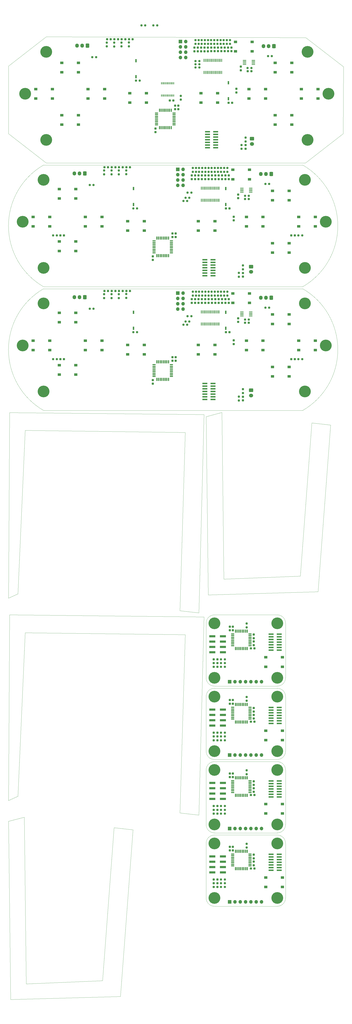
<source format=gbr>
%TF.GenerationSoftware,KiCad,Pcbnew,7.0.6-7.0.6~ubuntu20.04.1*%
%TF.CreationDate,2023-07-11T09:29:22+02:00*%
%TF.ProjectId,output_panel2023-07-11_072908.4244690000,6f757470-7574-45f7-9061-6e656c323032,rev?*%
%TF.SameCoordinates,Original*%
%TF.FileFunction,Soldermask,Top*%
%TF.FilePolarity,Negative*%
%FSLAX45Y45*%
G04 Gerber Fmt 4.5, Leading zero omitted, Abs format (unit mm)*
G04 Created by KiCad (PCBNEW 7.0.6-7.0.6~ubuntu20.04.1) date 2023-07-11 09:29:22*
%MOMM*%
%LPD*%
G01*
G04 APERTURE LIST*
G04 Aperture macros list*
%AMRoundRect*
0 Rectangle with rounded corners*
0 $1 Rounding radius*
0 $2 $3 $4 $5 $6 $7 $8 $9 X,Y pos of 4 corners*
0 Add a 4 corners polygon primitive as box body*
4,1,4,$2,$3,$4,$5,$6,$7,$8,$9,$2,$3,0*
0 Add four circle primitives for the rounded corners*
1,1,$1+$1,$2,$3*
1,1,$1+$1,$4,$5*
1,1,$1+$1,$6,$7*
1,1,$1+$1,$8,$9*
0 Add four rect primitives between the rounded corners*
20,1,$1+$1,$2,$3,$4,$5,0*
20,1,$1+$1,$4,$5,$6,$7,0*
20,1,$1+$1,$6,$7,$8,$9,0*
20,1,$1+$1,$8,$9,$2,$3,0*%
G04 Aperture macros list end*
%TA.AperFunction,Profile*%
%ADD10C,0.100000*%
%TD*%
%TA.AperFunction,Profile*%
%ADD11C,0.050000*%
%TD*%
%ADD12RoundRect,0.237500X-0.237500X0.250000X-0.237500X-0.250000X0.237500X-0.250000X0.237500X0.250000X0*%
%ADD13RoundRect,0.237500X-0.250000X-0.237500X0.250000X-0.237500X0.250000X0.237500X-0.250000X0.237500X0*%
%ADD14RoundRect,0.237500X-0.300000X-0.237500X0.300000X-0.237500X0.300000X0.237500X-0.300000X0.237500X0*%
%ADD15RoundRect,0.237500X-0.287500X-0.237500X0.287500X-0.237500X0.287500X0.237500X-0.287500X0.237500X0*%
%ADD16R,1.550000X1.300000*%
%ADD17C,5.600000*%
%ADD18RoundRect,0.237500X-0.237500X0.300000X-0.237500X-0.300000X0.237500X-0.300000X0.237500X0.300000X0*%
%ADD19RoundRect,0.100000X0.100000X-0.637500X0.100000X0.637500X-0.100000X0.637500X-0.100000X-0.637500X0*%
%ADD20RoundRect,0.237500X-0.237500X0.287500X-0.237500X-0.287500X0.237500X-0.287500X0.237500X0.287500X0*%
%ADD21R,0.760000X1.600000*%
%ADD22RoundRect,0.237500X0.237500X-0.250000X0.237500X0.250000X-0.237500X0.250000X-0.237500X-0.250000X0*%
%ADD23RoundRect,0.237500X0.250000X0.237500X-0.250000X0.237500X-0.250000X-0.237500X0.250000X-0.237500X0*%
%ADD24RoundRect,0.237500X0.237500X-0.300000X0.237500X0.300000X-0.237500X0.300000X-0.237500X-0.300000X0*%
%ADD25R,2.400000X0.740000*%
%ADD26RoundRect,0.237500X0.287500X0.237500X-0.287500X0.237500X-0.287500X-0.237500X0.287500X-0.237500X0*%
%ADD27RoundRect,0.250000X0.600000X0.725000X-0.600000X0.725000X-0.600000X-0.725000X0.600000X-0.725000X0*%
%ADD28O,1.700000X1.950000*%
%ADD29R,1.700000X1.700000*%
%ADD30O,1.700000X1.700000*%
%ADD31R,3.000000X1.000000*%
%ADD32RoundRect,0.100000X-0.712500X-0.100000X0.712500X-0.100000X0.712500X0.100000X-0.712500X0.100000X0*%
%ADD33RoundRect,0.237500X0.300000X0.237500X-0.300000X0.237500X-0.300000X-0.237500X0.300000X-0.237500X0*%
%ADD34RoundRect,0.125000X0.625000X0.125000X-0.625000X0.125000X-0.625000X-0.125000X0.625000X-0.125000X0*%
%ADD35RoundRect,0.125000X0.125000X0.625000X-0.125000X0.625000X-0.125000X-0.625000X0.125000X-0.625000X0*%
%ADD36RoundRect,0.125000X0.125000X-0.625000X0.125000X0.625000X-0.125000X0.625000X-0.125000X-0.625000X0*%
%ADD37RoundRect,0.125000X0.625000X-0.125000X0.625000X0.125000X-0.625000X0.125000X-0.625000X-0.125000X0*%
%ADD38R,0.400000X1.000000*%
%ADD39RoundRect,0.250000X-0.750000X0.600000X-0.750000X-0.600000X0.750000X-0.600000X0.750000X0.600000X0*%
%ADD40O,2.000000X1.700000*%
G04 APERTURE END LIST*
D10*
X13299982Y-35019691D02*
X13299982Y-37619691D01*
D11*
X4549997Y-45067694D02*
X899996Y-45217694D01*
X99999Y-17969997D02*
X9399999Y-18069997D01*
D10*
X13299982Y-28019691D02*
X13299982Y-30619691D01*
D11*
X9149999Y-37169688D02*
X8249999Y-37069688D01*
D10*
X13299982Y-38519691D02*
X13299982Y-41119691D01*
X9899982Y-27619691D02*
X12899982Y-27619691D01*
D11*
X14123822Y-17870000D02*
G75*
G03*
X14123822Y-12070000I-1674316J2900000D01*
G01*
D10*
X12899982Y-34519692D02*
G75*
G03*
X13299982Y-34119691I-2J400002D01*
G01*
D11*
X49999Y-26819997D02*
X99999Y-17969997D01*
D10*
X16070000Y-1480000D02*
X16050000Y-4670000D01*
D11*
X1723822Y-12070000D02*
G75*
G03*
X1723822Y-17870000I1674316J-2900000D01*
G01*
D10*
X9499979Y-37619691D02*
G75*
G03*
X9899982Y-38019691I400001J1D01*
G01*
X1723822Y-6170000D02*
X14123822Y-6170000D01*
X1850000Y-50000D02*
X14270000Y-90000D01*
D11*
X49996Y-37467694D02*
X149997Y-45967694D01*
D10*
X9899982Y-34619691D02*
X12899982Y-34619691D01*
D11*
X899996Y-45217694D02*
X799996Y-37267694D01*
D10*
X9899982Y-38119692D02*
G75*
G03*
X9499982Y-38519691I-2J-399998D01*
G01*
D11*
X9399999Y-27719688D02*
X9149999Y-37169688D01*
D10*
X1850000Y-6070000D02*
X50000Y-4670000D01*
X13299979Y-38519691D02*
G75*
G03*
X12899982Y-38119691I-399999J1D01*
G01*
D11*
X499999Y-26619997D02*
X49999Y-26819997D01*
D10*
X14270000Y-90000D02*
X16070000Y-1480000D01*
X1723822Y-17870000D02*
X14123822Y-17870000D01*
X13299979Y-28019691D02*
G75*
G03*
X12899982Y-27619691I-399999J1D01*
G01*
X1723822Y-11970000D02*
X14123822Y-11970000D01*
X9899982Y-31119691D02*
X12899982Y-31119691D01*
D11*
X8499999Y-28569688D02*
X849999Y-28469688D01*
X849999Y-18819997D02*
X499999Y-26619997D01*
D10*
X14250000Y-6070000D02*
X1850000Y-6070000D01*
X1723822Y-12070000D02*
X14123822Y-12070000D01*
D11*
X14123822Y-11970000D02*
G75*
G03*
X14123822Y-6170000I-1674316J2900000D01*
G01*
D10*
X9899982Y-38119691D02*
X12899982Y-38119691D01*
X13299979Y-31519691D02*
G75*
G03*
X12899982Y-31119691I-399999J1D01*
G01*
D11*
X8249999Y-27419997D02*
X8499999Y-18919997D01*
D10*
X16050000Y-4670000D02*
X14250000Y-6070000D01*
X50000Y-1450000D02*
X1850000Y-50000D01*
X13299982Y-31519691D02*
X13299982Y-34119691D01*
X9499979Y-41119691D02*
G75*
G03*
X9899982Y-41519691I400001J1D01*
G01*
D11*
X10349978Y-25918311D02*
X10249978Y-17968311D01*
X9499978Y-18168311D02*
X9599978Y-26668311D01*
D10*
X13299979Y-35019691D02*
G75*
G03*
X12899982Y-34619691I-399999J1D01*
G01*
X9499979Y-30619691D02*
G75*
G03*
X9899982Y-31019691I400001J1D01*
G01*
X12899982Y-38019691D02*
X9899982Y-38019691D01*
D11*
X8249999Y-37069688D02*
X8499999Y-28569688D01*
X499999Y-36269688D02*
X49999Y-36469688D01*
D10*
X12899982Y-41519692D02*
G75*
G03*
X13299982Y-41119691I-2J400002D01*
G01*
D11*
X14549978Y-18468311D02*
X13999978Y-25768311D01*
X5399997Y-45817694D02*
X5999996Y-37867694D01*
X14849978Y-26518311D02*
X15449978Y-18568311D01*
X15449978Y-18568311D02*
X14549978Y-18468311D01*
D10*
X9499982Y-30619691D02*
X9499982Y-28019691D01*
D11*
X9149999Y-27519997D02*
X8249999Y-27419997D01*
D10*
X9499979Y-34119691D02*
G75*
G03*
X9899982Y-34519691I400001J1D01*
G01*
D11*
X13999978Y-25768311D02*
X10349978Y-25918311D01*
D10*
X9499982Y-37619691D02*
X9499982Y-35019691D01*
X9899982Y-34619692D02*
G75*
G03*
X9499982Y-35019691I-2J-399998D01*
G01*
X9899982Y-27619692D02*
G75*
G03*
X9499982Y-28019691I-2J-399998D01*
G01*
X9499982Y-34119691D02*
X9499982Y-31519691D01*
D11*
X49999Y-36469688D02*
X99999Y-27619688D01*
X99999Y-27619688D02*
X9399999Y-27719688D01*
X149997Y-45967694D02*
X5399997Y-45817694D01*
D10*
X12899982Y-34519691D02*
X9899982Y-34519691D01*
D11*
X1723822Y-6170000D02*
G75*
G03*
X1723822Y-11970000I1674316J-2900000D01*
G01*
X849999Y-28469688D02*
X499999Y-36269688D01*
D10*
X9899982Y-31119692D02*
G75*
G03*
X9499982Y-31519691I-2J-399998D01*
G01*
X12899982Y-31019692D02*
G75*
G03*
X13299982Y-30619691I-2J400002D01*
G01*
D11*
X8499999Y-18919997D02*
X849999Y-18819997D01*
D10*
X12899982Y-41519691D02*
X9899982Y-41519691D01*
D11*
X9399999Y-18069997D02*
X9149999Y-27519997D01*
D10*
X50000Y-4670000D02*
X50000Y-1450000D01*
X12899982Y-31019691D02*
X9899982Y-31019691D01*
D11*
X5099997Y-37767694D02*
X4549997Y-45067694D01*
X799996Y-37267694D02*
X49996Y-37467694D01*
D10*
X12899982Y-38019692D02*
G75*
G03*
X13299982Y-37619691I-2J400002D01*
G01*
D11*
X5999996Y-37867694D02*
X5099997Y-37767694D01*
X9599978Y-26668311D02*
X14849978Y-26518311D01*
D10*
X9499982Y-41119691D02*
X9499982Y-38519691D01*
D11*
X10249978Y-17968311D02*
X9499978Y-18168311D01*
D12*
X11063822Y-17212500D03*
X11063822Y-17395000D03*
D13*
X10210607Y-40239691D03*
X10393107Y-40239691D03*
D14*
X10447072Y-8240000D03*
X10619572Y-8240000D03*
D15*
X5686322Y-12170000D03*
X5861322Y-12170000D03*
D16*
X2476322Y-13215000D03*
X3271322Y-13215000D03*
X2476322Y-13665000D03*
X3271322Y-13665000D03*
D13*
X10210607Y-29739691D03*
X10393107Y-29739691D03*
D12*
X11063822Y-11312500D03*
X11063822Y-11495000D03*
D13*
X3932572Y-13020000D03*
X4115072Y-13020000D03*
D17*
X1850000Y-4970000D03*
D12*
X5328822Y-6426250D03*
X5328822Y-6608750D03*
D17*
X9899982Y-41119691D03*
X14350000Y-4970000D03*
D18*
X8046222Y-15330950D03*
X8046222Y-15503450D03*
D19*
X9274722Y-7847650D03*
X9339722Y-7847650D03*
X9404722Y-7847650D03*
X9469722Y-7847650D03*
X9534722Y-7847650D03*
X9599722Y-7847650D03*
X9664722Y-7847650D03*
X9729722Y-7847650D03*
X9794722Y-7847650D03*
X9859722Y-7847650D03*
X9924722Y-7847650D03*
X9989722Y-7847650D03*
X10054722Y-7847650D03*
X10119722Y-7847650D03*
X10119722Y-7275150D03*
X10054722Y-7275150D03*
X9989722Y-7275150D03*
X9924722Y-7275150D03*
X9859722Y-7275150D03*
X9794722Y-7275150D03*
X9729722Y-7275150D03*
X9664722Y-7275150D03*
X9599722Y-7275150D03*
X9534722Y-7275150D03*
X9469722Y-7275150D03*
X9404722Y-7275150D03*
X9339722Y-7275150D03*
X9274722Y-7275150D03*
D12*
X5328822Y-12326250D03*
X5328822Y-12508750D03*
D15*
X4762500Y-170000D03*
X4937500Y-170000D03*
D13*
X6978750Y490000D03*
X7161250Y490000D03*
D16*
X5852500Y-2745000D03*
X6647500Y-2745000D03*
X5852500Y-3195000D03*
X6647500Y-3195000D03*
D17*
X12899982Y-38519691D03*
X9899982Y-28019691D03*
D16*
X14052500Y-2545000D03*
X14847500Y-2545000D03*
X14052500Y-2995000D03*
X14847500Y-2995000D03*
D18*
X10823322Y-14532000D03*
X10823322Y-14704500D03*
D20*
X9781322Y-6662500D03*
X9781322Y-6837500D03*
D21*
X6023822Y-13951000D03*
X6023822Y-13189000D03*
D22*
X10340000Y-392500D03*
X10340000Y-210000D03*
D13*
X10210607Y-33419691D03*
X10393107Y-33419691D03*
D15*
X11362322Y-7790000D03*
X11537322Y-7790000D03*
D17*
X15350000Y-2770000D03*
D16*
X5747322Y-14745000D03*
X6542322Y-14745000D03*
X5747322Y-15195000D03*
X6542322Y-15195000D03*
D17*
X12899982Y-34119691D03*
D20*
X10067500Y-562500D03*
X10067500Y-737500D03*
D15*
X4986322Y-12170000D03*
X5161322Y-12170000D03*
D16*
X11552500Y-2545000D03*
X12347500Y-2545000D03*
X11552500Y-2995000D03*
X12347500Y-2995000D03*
D23*
X9178050Y-1359800D03*
X8995550Y-1359800D03*
D24*
X11775982Y-35730941D03*
X11775982Y-35558441D03*
D17*
X723822Y-8870000D03*
D16*
X12676322Y-7395000D03*
X13471322Y-7395000D03*
X12676322Y-7845000D03*
X13471322Y-7845000D03*
D23*
X8696072Y-7730000D03*
X8513572Y-7730000D03*
D25*
X12994982Y-39800691D03*
X12604982Y-39800691D03*
X12994982Y-39673691D03*
X12604982Y-39673691D03*
X12994982Y-39546691D03*
X12604982Y-39546691D03*
X12994982Y-39419691D03*
X12604982Y-39419691D03*
X12994982Y-39292691D03*
X12604982Y-39292691D03*
X12994982Y-39165691D03*
X12604982Y-39165691D03*
X12994982Y-39038691D03*
X12604982Y-39038691D03*
D16*
X2476322Y-15715000D03*
X3271322Y-15715000D03*
X2476322Y-16165000D03*
X3271322Y-16165000D03*
X12676322Y-15795000D03*
X13471322Y-15795000D03*
X12676322Y-16245000D03*
X13471322Y-16245000D03*
D18*
X10823322Y-8632000D03*
X10823322Y-8804500D03*
D20*
X10101322Y-12562500D03*
X10101322Y-12737500D03*
D13*
X6017572Y-8240000D03*
X6200072Y-8240000D03*
D26*
X10039357Y-37099691D03*
X9864357Y-37099691D03*
D22*
X9140000Y-392500D03*
X9140000Y-210000D03*
D17*
X1723822Y-11070000D03*
D22*
X9313822Y-6492500D03*
X9313822Y-6310000D03*
D20*
X10261322Y-12562500D03*
X10261322Y-12737500D03*
D27*
X12614222Y-12496200D03*
D28*
X12364222Y-12496200D03*
X12114222Y-12496200D03*
D18*
X7893822Y-15330950D03*
X7893822Y-15503450D03*
D20*
X10710000Y-562500D03*
X10710000Y-737500D03*
D23*
X8796072Y-7480000D03*
X8613572Y-7480000D03*
D13*
X10210607Y-29919691D03*
X10393107Y-29919691D03*
X6143750Y-2140000D03*
X6326250Y-2140000D03*
D22*
X9890000Y-392500D03*
X9890000Y-210000D03*
D13*
X10210607Y-37099691D03*
X10393107Y-37099691D03*
D22*
X9613822Y-6492500D03*
X9613822Y-6310000D03*
D18*
X8020000Y-3330950D03*
X8020000Y-3503450D03*
D26*
X10039357Y-33599691D03*
X9864357Y-33599691D03*
D23*
X8696072Y-13630000D03*
X8513572Y-13630000D03*
D13*
X12332572Y-12970000D03*
X12515072Y-12970000D03*
D20*
X10101322Y-6662500D03*
X10101322Y-6837500D03*
D22*
X8863822Y-6492500D03*
X8863822Y-6310000D03*
D16*
X1226322Y-14545000D03*
X2021322Y-14545000D03*
X1226322Y-14995000D03*
X2021322Y-14995000D03*
D12*
X5455000Y-326250D03*
X5455000Y-508750D03*
D15*
X5462500Y-170000D03*
X5637500Y-170000D03*
D16*
X13926322Y-14545000D03*
X14721322Y-14545000D03*
X13926322Y-14995000D03*
X14721322Y-14995000D03*
D14*
X11638982Y-36213691D03*
X11811482Y-36213691D03*
D20*
X9102500Y-565000D03*
X9102500Y-740000D03*
D14*
X11638982Y-29213691D03*
X11811482Y-29213691D03*
D29*
X10624982Y-37809691D03*
D30*
X10878982Y-37809691D03*
X11132982Y-37809691D03*
X11386982Y-37809691D03*
X11640982Y-37809691D03*
X11894982Y-37809691D03*
X12148982Y-37809691D03*
D26*
X10039357Y-33239691D03*
X9864357Y-33239691D03*
D24*
X10779982Y-28355941D03*
X10779982Y-28183441D03*
X10629982Y-28355941D03*
X10629982Y-28183441D03*
D31*
X9797982Y-29400691D03*
X10301982Y-29400691D03*
X9797982Y-29146691D03*
X10301982Y-29146691D03*
X9797982Y-28892691D03*
X10301982Y-28892691D03*
X9797982Y-28638691D03*
X10301982Y-28638691D03*
D32*
X11212572Y-7272500D03*
X11212572Y-7337500D03*
X11212572Y-7402500D03*
X11212572Y-7467500D03*
X11635072Y-7467500D03*
X11635072Y-7402500D03*
X11635072Y-7337500D03*
X11635072Y-7272500D03*
D13*
X8413572Y-13780000D03*
X8596072Y-13780000D03*
D24*
X11775982Y-39561191D03*
X11775982Y-39388691D03*
D15*
X5686322Y-6270000D03*
X5861322Y-6270000D03*
D20*
X9907500Y-562500D03*
X9907500Y-737500D03*
D26*
X10039357Y-40419691D03*
X9864357Y-40419691D03*
D22*
X9440000Y-392500D03*
X9440000Y-210000D03*
D31*
X9797982Y-36400691D03*
X10301982Y-36400691D03*
X9797982Y-36146691D03*
X10301982Y-36146691D03*
X9797982Y-35892691D03*
X10301982Y-35892691D03*
X9797982Y-35638691D03*
X10301982Y-35638691D03*
D18*
X11390000Y-5217500D03*
X11390000Y-5390000D03*
D20*
X9745000Y-563750D03*
X9745000Y-738750D03*
D25*
X9441322Y-16583000D03*
X9831322Y-16583000D03*
X9441322Y-16710000D03*
X9831322Y-16710000D03*
X9441322Y-16837000D03*
X9831322Y-16837000D03*
X9441322Y-16964000D03*
X9831322Y-16964000D03*
X9441322Y-17091000D03*
X9831322Y-17091000D03*
X9441322Y-17218000D03*
X9831322Y-17218000D03*
X9441322Y-17345000D03*
X9831322Y-17345000D03*
D17*
X15223822Y-8870000D03*
D12*
X4626322Y-12326250D03*
X4626322Y-12508750D03*
D17*
X12899982Y-31519691D03*
D22*
X9913822Y-6492500D03*
X9913822Y-6310000D03*
X9463822Y-12392500D03*
X9463822Y-12210000D03*
D27*
X3698822Y-6572500D03*
D28*
X3448822Y-6572500D03*
X3198822Y-6572500D03*
D17*
X1723822Y-16970000D03*
D13*
X11484750Y-1537600D03*
X11667250Y-1537600D03*
D18*
X6954022Y-16423150D03*
X6954022Y-16595650D03*
D26*
X10039357Y-30099691D03*
X9864357Y-30099691D03*
D20*
X10421322Y-12562500D03*
X10421322Y-12737500D03*
D26*
X10039357Y-40239691D03*
X9864357Y-40239691D03*
D14*
X11638982Y-39713691D03*
X11811482Y-39713691D03*
D26*
X10039357Y-36739691D03*
X9864357Y-36739691D03*
D16*
X2602500Y-1295000D03*
X3397500Y-1295000D03*
X2602500Y-1745000D03*
X3397500Y-1745000D03*
D15*
X5812500Y-170000D03*
X5987500Y-170000D03*
D12*
X5102500Y-328750D03*
X5102500Y-511250D03*
D22*
X11441982Y-31717941D03*
X11441982Y-31535441D03*
D13*
X10210607Y-40599691D03*
X10393107Y-40599691D03*
D17*
X14223822Y-6870000D03*
D29*
X10624982Y-34309691D03*
D30*
X10878982Y-34309691D03*
X11132982Y-34309691D03*
X11386982Y-34309691D03*
X11640982Y-34309691D03*
X11894982Y-34309691D03*
X12148982Y-34309691D03*
D13*
X10210607Y-40419691D03*
X10393107Y-40419691D03*
D22*
X10213822Y-6492500D03*
X10213822Y-6310000D03*
D20*
X9941322Y-12562500D03*
X9941322Y-12737500D03*
D13*
X12458750Y-970000D03*
X12641250Y-970000D03*
D33*
X7936250Y-3090000D03*
X7763750Y-3090000D03*
D25*
X9567500Y-4583000D03*
X9957500Y-4583000D03*
X9567500Y-4710000D03*
X9957500Y-4710000D03*
X9567500Y-4837000D03*
X9957500Y-4837000D03*
X9567500Y-4964000D03*
X9957500Y-4964000D03*
X9567500Y-5091000D03*
X9957500Y-5091000D03*
X9567500Y-5218000D03*
X9957500Y-5218000D03*
X9567500Y-5345000D03*
X9957500Y-5345000D03*
D13*
X8995550Y-1512200D03*
X9178050Y-1512200D03*
D21*
X10440822Y-8051000D03*
X10440822Y-7289000D03*
D20*
X10261322Y-6662500D03*
X10261322Y-6837500D03*
D29*
X10624982Y-30809691D03*
D30*
X10878982Y-30809691D03*
X11132982Y-30809691D03*
X11386982Y-30809691D03*
X11640982Y-30809691D03*
X11894982Y-30809691D03*
X12148982Y-30809691D03*
D20*
X9136322Y-12565000D03*
X9136322Y-12740000D03*
D16*
X10776322Y-12295000D03*
X11571322Y-12295000D03*
X10776322Y-12745000D03*
X11571322Y-12745000D03*
D24*
X11775982Y-32561191D03*
X11775982Y-32388691D03*
D13*
X11358572Y-13537600D03*
X11541072Y-13537600D03*
D16*
X2476322Y-9815000D03*
X3271322Y-9815000D03*
X2476322Y-10265000D03*
X3271322Y-10265000D03*
D17*
X15223822Y-14770000D03*
D20*
X9619822Y-6663750D03*
X9619822Y-6838750D03*
D34*
X11602482Y-32589691D03*
X11602482Y-32509691D03*
X11602482Y-32429691D03*
X11602482Y-32349691D03*
X11602482Y-32269691D03*
X11602482Y-32189691D03*
X11602482Y-32109691D03*
X11602482Y-32029691D03*
D35*
X11464982Y-31892191D03*
X11384982Y-31892191D03*
X11304982Y-31892191D03*
X11224982Y-31892191D03*
X11144982Y-31892191D03*
X11064982Y-31892191D03*
X10984982Y-31892191D03*
X10904982Y-31892191D03*
D34*
X10767482Y-32029691D03*
X10767482Y-32109691D03*
X10767482Y-32189691D03*
X10767482Y-32269691D03*
X10767482Y-32349691D03*
X10767482Y-32429691D03*
X10767482Y-32509691D03*
X10767482Y-32589691D03*
D35*
X10904982Y-32727191D03*
X10984982Y-32727191D03*
X11064982Y-32727191D03*
X11144982Y-32727191D03*
X11224982Y-32727191D03*
X11304982Y-32727191D03*
X11384982Y-32727191D03*
X11464982Y-32727191D03*
D21*
X6023822Y-8051000D03*
X6023822Y-7289000D03*
X10440822Y-13951000D03*
X10440822Y-13189000D03*
D18*
X8046222Y-9430950D03*
X8046222Y-9603450D03*
D16*
X9126322Y-14745000D03*
X9921322Y-14745000D03*
X9126322Y-15195000D03*
X9921322Y-15195000D03*
X13147482Y-37094691D03*
X12352482Y-37094691D03*
X13147482Y-36644691D03*
X12352482Y-36644691D03*
D25*
X12994982Y-36300691D03*
X12604982Y-36300691D03*
X12994982Y-36173691D03*
X12604982Y-36173691D03*
X12994982Y-36046691D03*
X12604982Y-36046691D03*
X12994982Y-35919691D03*
X12604982Y-35919691D03*
X12994982Y-35792691D03*
X12604982Y-35792691D03*
X12994982Y-35665691D03*
X12604982Y-35665691D03*
X12994982Y-35538691D03*
X12604982Y-35538691D03*
D31*
X9797982Y-32900691D03*
X10301982Y-32900691D03*
X9797982Y-32646691D03*
X10301982Y-32646691D03*
X9797982Y-32392691D03*
X10301982Y-32392691D03*
X9797982Y-32138691D03*
X10301982Y-32138691D03*
D13*
X10210607Y-33599691D03*
X10393107Y-33599691D03*
D36*
X7270000Y-4387500D03*
X7350000Y-4387500D03*
X7430000Y-4387500D03*
X7510000Y-4387500D03*
X7590000Y-4387500D03*
X7670000Y-4387500D03*
X7750000Y-4387500D03*
X7830000Y-4387500D03*
D37*
X7967500Y-4250000D03*
X7967500Y-4170000D03*
X7967500Y-4090000D03*
X7967500Y-4010000D03*
X7967500Y-3930000D03*
X7967500Y-3850000D03*
X7967500Y-3770000D03*
X7967500Y-3690000D03*
D36*
X7830000Y-3552500D03*
X7750000Y-3552500D03*
X7670000Y-3552500D03*
X7590000Y-3552500D03*
X7510000Y-3552500D03*
X7430000Y-3552500D03*
X7350000Y-3552500D03*
X7270000Y-3552500D03*
D37*
X7132500Y-3690000D03*
X7132500Y-3770000D03*
X7132500Y-3850000D03*
X7132500Y-3930000D03*
X7132500Y-4010000D03*
X7132500Y-4090000D03*
X7132500Y-4170000D03*
X7132500Y-4250000D03*
D16*
X3726322Y-8645000D03*
X4521322Y-8645000D03*
X3726322Y-9095000D03*
X4521322Y-9095000D03*
D20*
X8976222Y-6665000D03*
X8976222Y-6840000D03*
D13*
X10210607Y-36919691D03*
X10393107Y-36919691D03*
D20*
X9296322Y-6665000D03*
X9296322Y-6840000D03*
X9941322Y-6662500D03*
X9941322Y-6837500D03*
D12*
X4976322Y-6428750D03*
X4976322Y-6611250D03*
D24*
X11775982Y-32230941D03*
X11775982Y-32058441D03*
D14*
X10573250Y-3197000D03*
X10745750Y-3197000D03*
D22*
X9590000Y-392500D03*
X9590000Y-210000D03*
D18*
X11263822Y-17217500D03*
X11263822Y-17390000D03*
D22*
X9613822Y-12392500D03*
X9613822Y-12210000D03*
D20*
X8942500Y-565000D03*
X8942500Y-740000D03*
D16*
X13147482Y-40594691D03*
X12352482Y-40594691D03*
X13147482Y-40144691D03*
X12352482Y-40144691D03*
D22*
X9313822Y-12392500D03*
X9313822Y-12210000D03*
D29*
X8143822Y-12276000D03*
D30*
X8397822Y-12276000D03*
X8143822Y-12530000D03*
X8397822Y-12530000D03*
X8143822Y-12784000D03*
X8397822Y-12784000D03*
X8143822Y-13038000D03*
X8397822Y-13038000D03*
D17*
X1723822Y-6870000D03*
D32*
X11338750Y-1172500D03*
X11338750Y-1237500D03*
X11338750Y-1302500D03*
X11338750Y-1367500D03*
X11761250Y-1367500D03*
X11761250Y-1302500D03*
X11761250Y-1237500D03*
X11761250Y-1172500D03*
D21*
X6150000Y-1951000D03*
X6150000Y-1189000D03*
D16*
X10776322Y-6395000D03*
X11571322Y-6395000D03*
X10776322Y-6845000D03*
X11571322Y-6845000D03*
D20*
X10547500Y-562500D03*
X10547500Y-737500D03*
D17*
X850000Y-2770000D03*
D22*
X10063822Y-12392500D03*
X10063822Y-12210000D03*
D20*
X8816322Y-6665000D03*
X8816322Y-6840000D03*
X9456322Y-12565000D03*
X9456322Y-12740000D03*
D23*
X2365870Y-15425000D03*
X2183370Y-15425000D03*
D24*
X10629982Y-38855941D03*
X10629982Y-38683441D03*
D27*
X3698822Y-12472500D03*
D28*
X3448822Y-12472500D03*
X3198822Y-12472500D03*
D25*
X12994982Y-32800691D03*
X12604982Y-32800691D03*
X12994982Y-32673691D03*
X12604982Y-32673691D03*
X12994982Y-32546691D03*
X12604982Y-32546691D03*
X12994982Y-32419691D03*
X12604982Y-32419691D03*
X12994982Y-32292691D03*
X12604982Y-32292691D03*
X12994982Y-32165691D03*
X12604982Y-32165691D03*
X12994982Y-32038691D03*
X12604982Y-32038691D03*
D12*
X11190000Y-5212500D03*
X11190000Y-5395000D03*
D20*
X9262500Y-565000D03*
X9262500Y-740000D03*
D24*
X10629982Y-31855941D03*
X10629982Y-31683441D03*
D12*
X5683822Y-12321250D03*
X5683822Y-12503750D03*
D26*
X10039357Y-29919691D03*
X9864357Y-29919691D03*
D17*
X12899982Y-41119691D03*
D29*
X10624982Y-41309691D03*
D30*
X10878982Y-41309691D03*
X11132982Y-41309691D03*
X11386982Y-41309691D03*
X11640982Y-41309691D03*
X11894982Y-41309691D03*
X12148982Y-41309691D03*
D25*
X9441322Y-10683000D03*
X9831322Y-10683000D03*
X9441322Y-10810000D03*
X9831322Y-10810000D03*
X9441322Y-10937000D03*
X9831322Y-10937000D03*
X9441322Y-11064000D03*
X9831322Y-11064000D03*
X9441322Y-11191000D03*
X9831322Y-11191000D03*
X9441322Y-11318000D03*
X9831322Y-11318000D03*
X9441322Y-11445000D03*
X9831322Y-11445000D03*
D15*
X5112500Y-170000D03*
X5287500Y-170000D03*
D12*
X4752500Y-326250D03*
X4752500Y-508750D03*
D20*
X8816322Y-12565000D03*
X8816322Y-12740000D03*
D17*
X12899982Y-28019691D03*
D22*
X10213822Y-12392500D03*
X10213822Y-12210000D03*
D16*
X9252500Y-2745000D03*
X10047500Y-2745000D03*
X9252500Y-3195000D03*
X10047500Y-3195000D03*
D22*
X10490000Y-392500D03*
X10490000Y-210000D03*
D20*
X10421322Y-6662500D03*
X10421322Y-6837500D03*
D13*
X10210607Y-33239691D03*
X10393107Y-33239691D03*
D32*
X11212572Y-13172500D03*
X11212572Y-13237500D03*
X11212572Y-13302500D03*
X11212572Y-13367500D03*
X11635072Y-13367500D03*
X11635072Y-13302500D03*
X11635072Y-13237500D03*
X11635072Y-13172500D03*
D17*
X14223822Y-11070000D03*
D14*
X2528370Y-9525000D03*
X2700870Y-9525000D03*
D20*
X9422500Y-565000D03*
X9422500Y-740000D03*
D22*
X11441982Y-38717941D03*
X11441982Y-38535441D03*
D16*
X11426322Y-14545000D03*
X12221322Y-14545000D03*
X11426322Y-14995000D03*
X12221322Y-14995000D03*
D22*
X10040000Y-392500D03*
X10040000Y-210000D03*
D21*
X10567000Y-3008000D03*
X10567000Y-2246000D03*
D17*
X14223822Y-12770000D03*
X9899982Y-37619691D03*
D20*
X10387500Y-562500D03*
X10387500Y-737500D03*
D22*
X9013822Y-12392500D03*
X9013822Y-12210000D03*
D13*
X10210607Y-36739691D03*
X10393107Y-36739691D03*
D12*
X11263822Y-16858750D03*
X11263822Y-17041250D03*
D22*
X8290000Y-3050000D03*
X8290000Y-2867500D03*
D13*
X8413572Y-7880000D03*
X8596072Y-7880000D03*
D12*
X11263822Y-10958750D03*
X11263822Y-11141250D03*
D24*
X11775982Y-28730941D03*
X11775982Y-28558441D03*
D16*
X1352500Y-2545000D03*
X2147500Y-2545000D03*
X1352500Y-2995000D03*
X2147500Y-2995000D03*
D22*
X9913822Y-12392500D03*
X9913822Y-12210000D03*
D25*
X12994982Y-29300691D03*
X12604982Y-29300691D03*
X12994982Y-29173691D03*
X12604982Y-29173691D03*
X12994982Y-29046691D03*
X12604982Y-29046691D03*
X12994982Y-28919691D03*
X12604982Y-28919691D03*
X12994982Y-28792691D03*
X12604982Y-28792691D03*
X12994982Y-28665691D03*
X12604982Y-28665691D03*
X12994982Y-28538691D03*
X12604982Y-28538691D03*
D16*
X12802500Y-1295000D03*
X13597500Y-1295000D03*
X12802500Y-1745000D03*
X13597500Y-1745000D03*
D17*
X12899982Y-35019691D03*
D34*
X11602482Y-29089691D03*
X11602482Y-29009691D03*
X11602482Y-28929691D03*
X11602482Y-28849691D03*
X11602482Y-28769691D03*
X11602482Y-28689691D03*
X11602482Y-28609691D03*
X11602482Y-28529691D03*
D35*
X11464982Y-28392191D03*
X11384982Y-28392191D03*
X11304982Y-28392191D03*
X11224982Y-28392191D03*
X11144982Y-28392191D03*
X11064982Y-28392191D03*
X10984982Y-28392191D03*
X10904982Y-28392191D03*
D34*
X10767482Y-28529691D03*
X10767482Y-28609691D03*
X10767482Y-28689691D03*
X10767482Y-28769691D03*
X10767482Y-28849691D03*
X10767482Y-28929691D03*
X10767482Y-29009691D03*
X10767482Y-29089691D03*
D35*
X10904982Y-29227191D03*
X10984982Y-29227191D03*
X11064982Y-29227191D03*
X11144982Y-29227191D03*
X11224982Y-29227191D03*
X11304982Y-29227191D03*
X11384982Y-29227191D03*
X11464982Y-29227191D03*
D22*
X9740000Y-392500D03*
X9740000Y-210000D03*
D16*
X13147482Y-30094691D03*
X12352482Y-30094691D03*
X13147482Y-29644691D03*
X12352482Y-29644691D03*
D33*
X13741275Y-15425000D03*
X13568775Y-15425000D03*
D20*
X9781322Y-12562500D03*
X9781322Y-12737500D03*
D16*
X9126322Y-8845000D03*
X9921322Y-8845000D03*
X9126322Y-9295000D03*
X9921322Y-9295000D03*
D22*
X11441982Y-35217941D03*
X11441982Y-35035441D03*
X9763822Y-6492500D03*
X9763822Y-6310000D03*
D17*
X14350000Y-770000D03*
X9899982Y-35019691D03*
D22*
X11441982Y-28217941D03*
X11441982Y-28035441D03*
D20*
X9136322Y-6665000D03*
X9136322Y-6840000D03*
D17*
X9899982Y-31519691D03*
D16*
X13147482Y-33594691D03*
X12352482Y-33594691D03*
X13147482Y-33144691D03*
X12352482Y-33144691D03*
X1226322Y-8645000D03*
X2021322Y-8645000D03*
X1226322Y-9095000D03*
X2021322Y-9095000D03*
D12*
X5683822Y-6421250D03*
X5683822Y-6603750D03*
D20*
X10583822Y-12562500D03*
X10583822Y-12737500D03*
D17*
X9899982Y-38519691D03*
D22*
X8990000Y-392500D03*
X8990000Y-210000D03*
D34*
X11602482Y-39589691D03*
X11602482Y-39509691D03*
X11602482Y-39429691D03*
X11602482Y-39349691D03*
X11602482Y-39269691D03*
X11602482Y-39189691D03*
X11602482Y-39109691D03*
X11602482Y-39029691D03*
D35*
X11464982Y-38892191D03*
X11384982Y-38892191D03*
X11304982Y-38892191D03*
X11224982Y-38892191D03*
X11144982Y-38892191D03*
X11064982Y-38892191D03*
X10984982Y-38892191D03*
X10904982Y-38892191D03*
D34*
X10767482Y-39029691D03*
X10767482Y-39109691D03*
X10767482Y-39189691D03*
X10767482Y-39269691D03*
X10767482Y-39349691D03*
X10767482Y-39429691D03*
X10767482Y-39509691D03*
X10767482Y-39589691D03*
D35*
X10904982Y-39727191D03*
X10984982Y-39727191D03*
X11064982Y-39727191D03*
X11144982Y-39727191D03*
X11224982Y-39727191D03*
X11304982Y-39727191D03*
X11384982Y-39727191D03*
X11464982Y-39727191D03*
D13*
X6407500Y490000D03*
X6590000Y490000D03*
D12*
X4976322Y-12328750D03*
X4976322Y-12511250D03*
D20*
X10583822Y-6662500D03*
X10583822Y-6837500D03*
D22*
X10063822Y-6492500D03*
X10063822Y-6310000D03*
D15*
X11488500Y-1690000D03*
X11663500Y-1690000D03*
D26*
X10039357Y-36919691D03*
X9864357Y-36919691D03*
D17*
X14223822Y-16970000D03*
D15*
X4636322Y-6270000D03*
X4811322Y-6270000D03*
X4986322Y-6270000D03*
X5161322Y-6270000D03*
D18*
X11028822Y-13473750D03*
X11028822Y-13646250D03*
X11155000Y-1473750D03*
X11155000Y-1646250D03*
D24*
X11775982Y-39230941D03*
X11775982Y-39058441D03*
D14*
X11638982Y-32713691D03*
X11811482Y-32713691D03*
D23*
X8796072Y-13380000D03*
X8613572Y-13380000D03*
D12*
X11390000Y-4858750D03*
X11390000Y-5041250D03*
D23*
X2365870Y-9525000D03*
X2183370Y-9525000D03*
D24*
X11775982Y-36061191D03*
X11775982Y-35888691D03*
D16*
X12676322Y-13295000D03*
X13471322Y-13295000D03*
X12676322Y-13745000D03*
X13471322Y-13745000D03*
D27*
X12740400Y-496200D03*
D28*
X12490400Y-496200D03*
X12240400Y-496200D03*
D19*
X9274722Y-13747650D03*
X9339722Y-13747650D03*
X9404722Y-13747650D03*
X9469722Y-13747650D03*
X9534722Y-13747650D03*
X9599722Y-13747650D03*
X9664722Y-13747650D03*
X9729722Y-13747650D03*
X9794722Y-13747650D03*
X9859722Y-13747650D03*
X9924722Y-13747650D03*
X9989722Y-13747650D03*
X10054722Y-13747650D03*
X10119722Y-13747650D03*
X10119722Y-13175150D03*
X10054722Y-13175150D03*
X9989722Y-13175150D03*
X9924722Y-13175150D03*
X9859722Y-13175150D03*
X9794722Y-13175150D03*
X9729722Y-13175150D03*
X9664722Y-13175150D03*
X9599722Y-13175150D03*
X9534722Y-13175150D03*
X9469722Y-13175150D03*
X9404722Y-13175150D03*
X9339722Y-13175150D03*
X9274722Y-13175150D03*
D17*
X9899982Y-30619691D03*
D15*
X5336322Y-6270000D03*
X5511322Y-6270000D03*
D16*
X10902500Y-295000D03*
X11697500Y-295000D03*
X10902500Y-745000D03*
X11697500Y-745000D03*
X12802500Y-3795000D03*
X13597500Y-3795000D03*
X12802500Y-4245000D03*
X13597500Y-4245000D03*
D17*
X12899982Y-30619691D03*
D22*
X9463822Y-6492500D03*
X9463822Y-6310000D03*
D15*
X11362322Y-13690000D03*
X11537322Y-13690000D03*
D22*
X10363822Y-6492500D03*
X10363822Y-6310000D03*
D24*
X11775982Y-29061191D03*
X11775982Y-28888691D03*
D17*
X12899982Y-37619691D03*
D13*
X4058750Y-1020000D03*
X4241250Y-1020000D03*
D20*
X10227500Y-562500D03*
X10227500Y-737500D03*
D22*
X9763822Y-12392500D03*
X9763822Y-12210000D03*
D20*
X8976222Y-12565000D03*
X8976222Y-12740000D03*
D22*
X10640000Y-392500D03*
X10640000Y-210000D03*
D24*
X10779982Y-31855941D03*
X10779982Y-31683441D03*
D18*
X10949500Y-2532000D03*
X10949500Y-2704500D03*
D24*
X7080200Y-4595650D03*
X7080200Y-4423150D03*
D26*
X10039357Y-40599691D03*
X9864357Y-40599691D03*
D12*
X4626322Y-6426250D03*
X4626322Y-6608750D03*
D16*
X2476322Y-7315000D03*
X3271322Y-7315000D03*
X2476322Y-7765000D03*
X3271322Y-7765000D03*
D26*
X10039357Y-33419691D03*
X9864357Y-33419691D03*
X10039357Y-29739691D03*
X9864357Y-29739691D03*
D16*
X11426322Y-8645000D03*
X12221322Y-8645000D03*
X11426322Y-9095000D03*
X12221322Y-9095000D03*
D18*
X6954022Y-10523150D03*
X6954022Y-10695650D03*
D22*
X10363822Y-12392500D03*
X10363822Y-12210000D03*
D13*
X10210607Y-30099691D03*
X10393107Y-30099691D03*
D18*
X8172400Y-3330950D03*
X8172400Y-3503450D03*
D29*
X8143822Y-6376000D03*
D30*
X8397822Y-6376000D03*
X8143822Y-6630000D03*
X8397822Y-6630000D03*
X8143822Y-6884000D03*
X8397822Y-6884000D03*
X8143822Y-7138000D03*
X8397822Y-7138000D03*
D36*
X7143822Y-10487500D03*
X7223822Y-10487500D03*
X7303822Y-10487500D03*
X7383822Y-10487500D03*
X7463822Y-10487500D03*
X7543822Y-10487500D03*
X7623822Y-10487500D03*
X7703822Y-10487500D03*
D37*
X7841322Y-10350000D03*
X7841322Y-10270000D03*
X7841322Y-10190000D03*
X7841322Y-10110000D03*
X7841322Y-10030000D03*
X7841322Y-9950000D03*
X7841322Y-9870000D03*
X7841322Y-9790000D03*
D36*
X7703822Y-9652500D03*
X7623822Y-9652500D03*
X7543822Y-9652500D03*
X7463822Y-9652500D03*
X7383822Y-9652500D03*
X7303822Y-9652500D03*
X7223822Y-9652500D03*
X7143822Y-9652500D03*
D37*
X7006322Y-9790000D03*
X7006322Y-9870000D03*
X7006322Y-9950000D03*
X7006322Y-10030000D03*
X7006322Y-10110000D03*
X7006322Y-10190000D03*
X7006322Y-10270000D03*
X7006322Y-10350000D03*
D12*
X5810000Y-321250D03*
X5810000Y-503750D03*
D17*
X1723822Y-12770000D03*
D22*
X9290000Y-392500D03*
X9290000Y-210000D03*
X10513822Y-12392500D03*
X10513822Y-12210000D03*
D31*
X9797982Y-39900691D03*
X10301982Y-39900691D03*
X9797982Y-39646691D03*
X10301982Y-39646691D03*
X9797982Y-39392691D03*
X10301982Y-39392691D03*
X9797982Y-39138691D03*
X10301982Y-39138691D03*
D24*
X10779982Y-38855941D03*
X10779982Y-38683441D03*
D16*
X5747322Y-8845000D03*
X6542322Y-8845000D03*
X5747322Y-9295000D03*
X6542322Y-9295000D03*
D22*
X8863822Y-12392500D03*
X8863822Y-12210000D03*
D24*
X10779982Y-35355941D03*
X10779982Y-35183441D03*
D18*
X11028822Y-7573750D03*
X11028822Y-7746250D03*
D23*
X9178050Y-1207400D03*
X8995550Y-1207400D03*
D15*
X5336322Y-12170000D03*
X5511322Y-12170000D03*
D19*
X9400900Y-1747650D03*
X9465900Y-1747650D03*
X9530900Y-1747650D03*
X9595900Y-1747650D03*
X9660900Y-1747650D03*
X9725900Y-1747650D03*
X9790900Y-1747650D03*
X9855900Y-1747650D03*
X9920900Y-1747650D03*
X9985900Y-1747650D03*
X10050900Y-1747650D03*
X10115900Y-1747650D03*
X10180900Y-1747650D03*
X10245900Y-1747650D03*
X10245900Y-1175150D03*
X10180900Y-1175150D03*
X10115900Y-1175150D03*
X10050900Y-1175150D03*
X9985900Y-1175150D03*
X9920900Y-1175150D03*
X9855900Y-1175150D03*
X9790900Y-1175150D03*
X9725900Y-1175150D03*
X9660900Y-1175150D03*
X9595900Y-1175150D03*
X9530900Y-1175150D03*
X9465900Y-1175150D03*
X9400900Y-1175150D03*
D20*
X9296322Y-12565000D03*
X9296322Y-12740000D03*
D15*
X4636322Y-12170000D03*
X4811322Y-12170000D03*
D13*
X13913775Y-9525000D03*
X14096275Y-9525000D03*
X13913775Y-15425000D03*
X14096275Y-15425000D03*
D22*
X9160822Y-6492500D03*
X9160822Y-6310000D03*
D13*
X6017572Y-14140000D03*
X6200072Y-14140000D03*
D16*
X13926322Y-8645000D03*
X14721322Y-8645000D03*
X13926322Y-9095000D03*
X14721322Y-9095000D03*
D24*
X10629982Y-35355941D03*
X10629982Y-35183441D03*
D20*
X9582500Y-565000D03*
X9582500Y-740000D03*
D14*
X2528370Y-15425000D03*
X2700870Y-15425000D03*
D17*
X9899982Y-34119691D03*
D34*
X11602482Y-36089691D03*
X11602482Y-36009691D03*
X11602482Y-35929691D03*
X11602482Y-35849691D03*
X11602482Y-35769691D03*
X11602482Y-35689691D03*
X11602482Y-35609691D03*
X11602482Y-35529691D03*
D35*
X11464982Y-35392191D03*
X11384982Y-35392191D03*
X11304982Y-35392191D03*
X11224982Y-35392191D03*
X11144982Y-35392191D03*
X11064982Y-35392191D03*
X10984982Y-35392191D03*
X10904982Y-35392191D03*
D34*
X10767482Y-35529691D03*
X10767482Y-35609691D03*
X10767482Y-35689691D03*
X10767482Y-35769691D03*
X10767482Y-35849691D03*
X10767482Y-35929691D03*
X10767482Y-36009691D03*
X10767482Y-36089691D03*
D35*
X10904982Y-36227191D03*
X10984982Y-36227191D03*
X11064982Y-36227191D03*
X11144982Y-36227191D03*
X11224982Y-36227191D03*
X11304982Y-36227191D03*
X11384982Y-36227191D03*
X11464982Y-36227191D03*
D27*
X12614222Y-6596200D03*
D28*
X12364222Y-6596200D03*
X12114222Y-6596200D03*
D29*
X8270000Y-276000D03*
D30*
X8524000Y-276000D03*
X8270000Y-530000D03*
X8524000Y-530000D03*
X8270000Y-784000D03*
X8524000Y-784000D03*
X8270000Y-1038000D03*
X8524000Y-1038000D03*
D22*
X10190000Y-392500D03*
X10190000Y-210000D03*
X10513822Y-6492500D03*
X10513822Y-6310000D03*
D17*
X723822Y-14770000D03*
D18*
X11263822Y-11317500D03*
X11263822Y-11490000D03*
D13*
X12332572Y-7070000D03*
X12515072Y-7070000D03*
D17*
X1850000Y-770000D03*
D16*
X12676322Y-9895000D03*
X13471322Y-9895000D03*
X12676322Y-10345000D03*
X13471322Y-10345000D03*
D13*
X3932572Y-7120000D03*
X4115072Y-7120000D03*
D22*
X9160822Y-12392500D03*
X9160822Y-12210000D03*
X9013822Y-6492500D03*
X9013822Y-6310000D03*
D14*
X10447072Y-14140000D03*
X10619572Y-14140000D03*
D27*
X3825000Y-472500D03*
D28*
X3575000Y-472500D03*
X3325000Y-472500D03*
D20*
X9619822Y-12563750D03*
X9619822Y-12738750D03*
D36*
X7143822Y-16387500D03*
X7223822Y-16387500D03*
X7303822Y-16387500D03*
X7383822Y-16387500D03*
X7463822Y-16387500D03*
X7543822Y-16387500D03*
X7623822Y-16387500D03*
X7703822Y-16387500D03*
D37*
X7841322Y-16250000D03*
X7841322Y-16170000D03*
X7841322Y-16090000D03*
X7841322Y-16010000D03*
X7841322Y-15930000D03*
X7841322Y-15850000D03*
X7841322Y-15770000D03*
X7841322Y-15690000D03*
D36*
X7703822Y-15552500D03*
X7623822Y-15552500D03*
X7543822Y-15552500D03*
X7463822Y-15552500D03*
X7383822Y-15552500D03*
X7303822Y-15552500D03*
X7223822Y-15552500D03*
X7143822Y-15552500D03*
D37*
X7006322Y-15690000D03*
X7006322Y-15770000D03*
X7006322Y-15850000D03*
X7006322Y-15930000D03*
X7006322Y-16010000D03*
X7006322Y-16090000D03*
X7006322Y-16170000D03*
X7006322Y-16250000D03*
D16*
X2602500Y-3795000D03*
X3397500Y-3795000D03*
X2602500Y-4245000D03*
X3397500Y-4245000D03*
D18*
X7893822Y-9430950D03*
X7893822Y-9603450D03*
D16*
X3852500Y-2545000D03*
X4647500Y-2545000D03*
X3852500Y-2995000D03*
X4647500Y-2995000D03*
D13*
X11358572Y-7637600D03*
X11541072Y-7637600D03*
D16*
X3726322Y-14545000D03*
X4521322Y-14545000D03*
X3726322Y-14995000D03*
X4521322Y-14995000D03*
D20*
X9456322Y-6665000D03*
X9456322Y-6840000D03*
D38*
X7365000Y-2850000D03*
X7430000Y-2850000D03*
X7495000Y-2850000D03*
X7560000Y-2850000D03*
X7625000Y-2850000D03*
X7690000Y-2850000D03*
X7755000Y-2850000D03*
X7820000Y-2850000D03*
X7885000Y-2850000D03*
X7950000Y-2850000D03*
X7950000Y-2270000D03*
X7885000Y-2270000D03*
X7820000Y-2270000D03*
X7755000Y-2270000D03*
X7690000Y-2270000D03*
X7625000Y-2270000D03*
X7560000Y-2270000D03*
X7495000Y-2270000D03*
X7430000Y-2270000D03*
X7365000Y-2270000D03*
D33*
X13741275Y-9525000D03*
X13568775Y-9525000D03*
D39*
X11651322Y-16910000D03*
D40*
X11651322Y-17160000D03*
D39*
X11690000Y-4910000D03*
D40*
X11690000Y-5160000D03*
D39*
X11651322Y-11010000D03*
D40*
X11651322Y-11260000D03*
M02*

</source>
